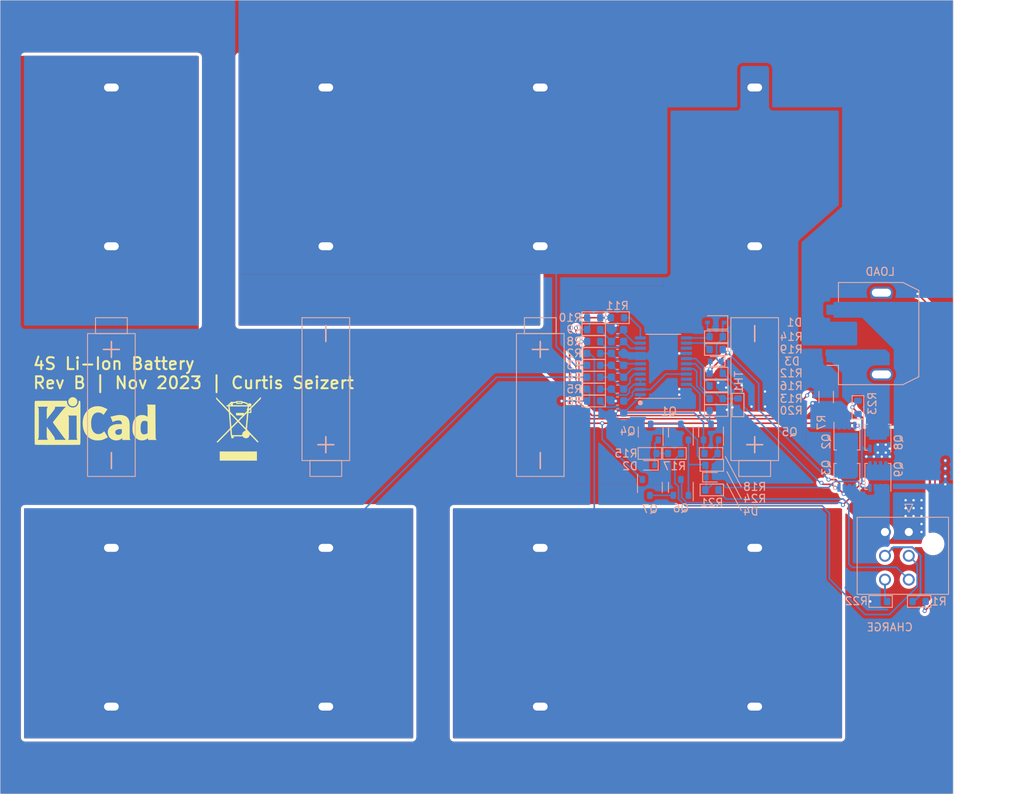
<source format=kicad_pcb>
(kicad_pcb (version 20221018) (generator pcbnew)
  (layers (0 "F.Cu" signal) (31 "B.Cu" power) (34 "B.Paste" user) (35 "F.Paste" user) (36 "B.SilkS" user "B.Silkscreen") (37 "F.SilkS" user "F.Silkscreen") (38 "B.Mask" user) (39 "F.Mask" user) (44 "Edge.Cuts" user))
  (net 0 "")
  (net 1 "BATT-")
  (net 2 "Net-(U1-VC1)")
  (net 3 "Net-(U1-VC2)")
  (net 4 "Net-(U1-VC3)")
  (net 5 "PACK-")
  (net 6 "PACK+")
  (net 7 "VDD")
  (net 8 "4P")
  (net 9 "3P")
  (net 10 "2P")
  (net 11 "1P")
  (net 12 "AVDD")
  (net 13 "Net-(U1-VC4)")
  (net 14 "Net-(U1-SRN)")
  (net 15 "Net-(U1-SRP)")
  (net 16 "Net-(D1-A)")
  (net 17 "Net-(D2-K)")
  (net 18 "/CHG_FET_G")
  (net 19 "/DSG_FET_G")
  (net 20 "V_{OUT}-")
  (net 21 "V_{OUT}+")
  (net 22 "Net-(J1-Pin_5)")
  (net 23 "PWR_SW")
  (net 24 "CHG")
  (net 25 "PWR_SW_GND")
  (net 26 "/PRES")
  (net 27 "Net-(NT2-Pad1)")
  (net 28 "Net-(Q1-D)")
  (net 29 "Net-(Q2-D)")
  (net 30 "Net-(Q2-S-Pad1)")
  (net 31 "Net-(Q6-D)")
  (net 32 "Net-(Q6-S)")
  (net 33 "NMOS_G")
  (net 34 "Net-(U1-DSG)")
  (net 35 "Net-(U1-VTB)")
  (net 36 "Net-(U1-TS)")
  (net 37 "Net-(U1-OCDP)")
  (net 38 "Net-(U1-LD)")
  (footprint "Symbol:WEEE-Logo_5.6x8mm_SilkScreen" (layer "F.Cu") (at 60 84)
    (fp_text reference "REF**" hide)
    (fp_text value "WEEE-Logo_5.6x8mm_SilkScreen" hide)
  )
  (footprint "Symbol:KiCad-Logo_6mm_SilkScreen" (layer "F.Cu") (at 42 83)
    (fp_text reference "REF**" hide)
    (fp_text value "KiCad-Logo_6mm_SilkScreen" hide)
  )
  (footprint "Capacitor_SMD:C_0603_1608Metric" (layer "B.Cu") (at 107.725 71.5)
    (fp_text reference "C6" hide)
    (fp_text value "0.1uF")
  )
  (footprint "Resistor_SMD:R_0603_1608Metric_Outline" (layer "B.Cu") (at 107.725 70 180)
    (fp_text reference "R11")
    (fp_text value "1k")
  )
  (footprint "Resistor_SMD:R_0603_1608Metric_Outline" (layer "B.Cu") (at 120.15 81.7)
    (fp_text reference "R20")
    (fp_text value "1M")
  )
  (footprint "Resistor_SMD:R_0603_1608Metric_Outline" (layer "B.Cu") (at 138 81.3 -90)
    (fp_text reference "R23")
    (fp_text value "1M")
  )
  (footprint "Package_TO_SOT_SMD:SOT-23" (layer "B.Cu") (at 119.5 84.4 90)
    (fp_text reference "Q5")
    (fp_text value "BSS84")
  )
  (footprint "Package_SO:Vishay_PowerPAK_1212-8_Single" (layer "B.Cu") (at 136.6 90 90)
    (fp_text reference "Q3")
    (fp_text value "SiS862ADN")
  )
  (footprint "Resistor_SMD:R_0603_1608Metric_Outline" (layer "B.Cu") (at 120.15 78.6 180)
    (fp_text reference "R16")
    (fp_text value "100k")
  )
  (footprint "Resistor_SMD:R_0603_1608Metric_Outline" (layer "B.Cu") (at 104.725 77.5)
    (fp_text reference "R4")
    (fp_text value "33R")
  )
  (footprint "Resistor_SMD:R_0603_1608Metric_Outline" (layer "B.Cu") (at 120.15 80.2 180)
    (fp_text reference "R13")
    (fp_text value "10k")
  )
  (footprint "Battery:BatteryHolder_Keystone246_21700" (layer "B.Cu") (at 125 80 -90)
    (fp_text reference "BT4" hide)
    (fp_text value "Battery_Cell")
  )
  (footprint "Resistor_SMD:R_1206_3216Metric" (layer "B.Cu") (at 134 80 -90)
    (fp_text reference "R7")
    (fp_text value "0R01")
  )
  (footprint "Resistor_SMD:R_0603_1608Metric_Outline" (layer "B.Cu") (at 104.725 79)
    (fp_text reference "R5")
    (fp_text value "33R")
  )
  (footprint "Capacitor_SMD:C_0603_1608Metric" (layer "B.Cu") (at 107.725 76 180)
    (fp_text reference "C2" hide)
    (fp_text value "1uF")
  )
  (footprint "Package_SO:Vishay_PowerPAK_1212-8_Single" (layer "B.Cu") (at 136.61 85.035 -90)
    (fp_text reference "Q2")
    (fp_text value "SiS862ADN")
  )
  (footprint "Diode_SMD:D_SOD-323" (layer "B.Cu") (at 120.1 70.6 180)
    (fp_text reference "D1")
    (fp_text value "RB751V40")
  )
  (footprint "NetTie:NetTie-2_SMD_Pad0.2mm" (layer "B.Cu") (at 101.5 80.5)
    (fp_text reference "NT1" hide)
    (fp_text value "Net-Tie_2")
  )
  (footprint "Package_TO_SOT_SMD:SOT-23" (layer "B.Cu") (at 111.9 84.4 90)
    (fp_text reference "Q4")
    (fp_text value "BSS123")
  )
  (footprint "Connector_Molex:Molex_Micro-Fit_3.0_43650-0310_1x03-1MP_P3.00mm_Horizontal" (layer "B.Cu") (at 140.6 72 90)
    (fp_text reference "J2" hide)
    (fp_text value "Micro-Fit 3.0 43650-0310")
  )
  (footprint "Resistor_SMD:R_0603_1608Metric_Outline" (layer "B.Cu") (at 104.725 74.5)
    (fp_text reference "R2")
    (fp_text value "33R")
  )
  (footprint "Resistor_SMD:R_0603_1608Metric_Outline" (layer "B.Cu") (at 119.6 88.6)
    (fp_text reference "R24")
    (fp_text value "1M")
  )
  (footprint "Capacitor_SMD:C_0603_1608Metric" (layer "B.Cu") (at 107.725 80.5 180)
    (fp_text reference "C8" hide)
    (fp_text value "1uF")
  )
  (footprint "Battery:BatteryHolder_Keystone246_21700" (layer "B.Cu") (at 71 80 -90)
    (fp_text reference "BT2" hide)
    (fp_text value "Battery_Cell")
  )
  (footprint "Resistor_SMD:R_0603_1608Metric_Outline" (layer "B.Cu") (at 120.15 77 180)
    (fp_text reference "R12")
    (fp_text value "1M")
  )
  (footprint "Package_SO:Vishay_PowerPAK_1212-8_Single" (layer "B.Cu") (at 140.51 90 90)
    (fp_text reference "Q9")
    (fp_text value "SiS862ADN")
  )
  (footprint "Resistor_SMD:R_0603_1608Metric_Outline" (layer "B.Cu") (at 145.7 105.75 180)
    (fp_text reference "R1")
    (fp_text value "1k")
  )
  (footprint "Battery:BatteryHolder_Keystone246_21700" (layer "B.Cu") (at 98 80 90)
    (fp_text reference "BT3" hide)
    (fp_text value "Battery_Cell")
  )
  (footprint "Diode_SMD:D_SOD-523" (layer "B.Cu") (at 111.7 88.6 180)
    (fp_text reference "D2")
    (fp_text value "DZ2S100X0L")
  )
  (footprint "Package_TO_SOT_SMD:SOT-23" (layer "B.Cu") (at 115.7 91.385876 90)
    (fp_text reference "Q6")
    (fp_text value "BSS123")
  )
  (footprint "Diode_SMD:D_SOD-523" (layer "B.Cu") (at 119.6 90.1)
    (fp_text reference "D4")
    (fp_text value "DZ2S100X0L")
  )
  (footprint "Capacitor_SMD:C_0603_1608Metric" (layer "B.Cu") (at 107.725 77.5 180)
    (fp_text reference "C3" hide)
    (fp_text value "1uF")
  )
  (footprint "Capacitor_SMD:C_0603_1608Metric" (layer "B.Cu") (at 107.725 82 180)
    (fp_text reference "C5" hide)
    (fp_text value "1uF")
  )
  (footprint "Resistor_SMD:R_0603_1608Metric_Outline" (layer "B.Cu") (at 119.6 91.7 180)
    (fp_text reference "R21")
    (fp_text value "1k")
  )
  (footprint "Battery:BatteryHolder_Keystone246_21700" (layer "B.Cu") (at 44 80 90)
    (fp_text reference "BT1" hide)
    (fp_text value "Battery_Cell")
  )
  (footprint "Resistor_SMD:R_0603_1608Metric_Outline" (layer "B.Cu") (at 140.85 105.75)
    (fp_text reference "R22")
    (fp_text value "1k")
  )
  (footprint "Package_TO_SOT_SMD:SOT-23" (layer "B.Cu") (at 115.7 84.4 90)
    (fp_text reference "Q1")
    (fp_text value "BSS123")
  )
  (footprint "Resistor_SMD:R_0603_1608Metric_Outline" (layer "B.Cu") (at 104.725 70 180)
    (fp_text reference "R10")
    (fp_text value "1M")
  )
  (footprint "Capacitor_SMD:C_0603_1608Metric" (layer "B.Cu") (at 107.725 73)
    (fp_text reference "C7" hide)
    (fp_text value "0.1uF")
  )
  (footprint "Resistor_SMD:R_0603_1608Metric_Outline" (layer "B.Cu") (at 119.5 87.1)
    (fp_text reference "R18")
    (fp_text value "1M")
  )
  (footprint "Package_TO_SOT_SMD:SOT-23" (layer "B.Cu") (at 111.8 91.385876 -90)
    (fp_text reference "Q7")
    (fp_text value "BSS123")
  )
  (footprint "Capacitor_SMD:C_0603_1608Metric" (layer "B.Cu") (at 107.725 79 180)
    (fp_text reference "C4" hide)
    (fp_text value "1uF")
  )
  (footprint "Resistor_SMD:R_0603_1608Metric_Outline" (layer "B.Cu") (at 122.9 81 -90)
    (fp_text reference "TH1")
    (fp_text value "103-AT")
  )
  (footprint "Package_SO:Vishay_PowerPAK_1212-8_Single" (layer "B.Cu") (at 140.51 85.065 90)
    (fp_text reference "Q8")
    (fp_text value "SiS443DN")
  )
  (footprint "Resistor_SMD:R_0603_1608Metric_Outline" (layer "B.Cu") (at 111.8 87.1 180)
    (fp_text reference "R15")
    (fp_text value "1M")
  )
  (footprint "Resistor_SMD:R_0603_1608Metric_Outline" (layer "B.Cu") (at 120.15 72.4)
    (fp_text reference "R14")
    (fp_text value "1k")
  )
  (footprint "Connector_Molex:Molex_Micro-Fit_3.0_44764-0601-0600_2x03_P3.00mm_Horizontal" (layer "B.Cu") (at 144.4 97 -90)
    (fp_text reference "J1" hide)
    (fp_text value "Molex Micro-Fit 3.0 44764-0601")
  )
  (footprint "Capacitor_SMD:C_0603_1608Metric" (layer "B.Cu") (at 107.725 74.5 180)
    (fp_text reference "C1" hide)
    (fp_text value "1uF")
  )
  (footprint "NetTie:NetTie-2_SMD_Pad0.2mm" (layer "B.Cu") (at 132.3 79.3)
    (fp_text reference "NT2" hide)
    (fp_text value "Net-Tie_2")
  )
  (footprint "Resistor_SMD:R_0603_1608Metric_Outline" (layer "B.Cu") (at 114.9 87.1 180)
    (fp_text reference "R17")
    (fp_text value "10k")
  )
  (footprint "Resistor_SMD:R_0603_1608Metric_Outline" (layer "B.Cu") (at 104.725 73)
    (fp_text reference "R8")
    (fp_text value "100R")
  )
  (footprint "Diode_SMD:D_SOD-523" (layer "B.Cu") (at 120.1 75.5 180)
    (fp_text reference "D3")
    (fp_text value "DZ2S100X0L")
  )
  (footprint "Package_SO:TSSOP-24_4.4x7.8mm_P0.65mm" (layer "B.Cu") (at 113.5 76.125)
    (fp_text reference "U1" hide)
    (fp_text value "BQ77915-08")
  )
  (footprint "Resistor_SMD:R_0603_1608Metric_Outline" (layer "B.Cu") (at 104.725 80.5)
    (fp_text reference "R6")
    (fp_text value "1k")
  )
  (footprint "Resistor_SMD:R_0603_1608Metric_Outline" (layer "B.Cu") (at 120.15 74)
    (fp_text reference "R19")
    (fp_text value "470k")
  )
  (footprint "Resistor_SMD:R_0603_1608Metric_Outline" (layer "B.Cu") (at 104.725 76)
    (fp_text reference "R3")
    (fp_text value "33R")
  )
  (footprint "Resistor_SMD:R_0603_1608Metric_Outline" (layer "B.Cu") (at 104.725 71.5 180)
    (fp_text reference "R9")
    (fp_text value "100R")
  )
  (gr_line (start 123.3 92.8) (end 121.5 89.4) (stroke (width 0.12)) (layer "B.SilkS"))
  (gr_line (start 123.3 94.3) (end 121.5 90.9) (stroke (width 0.12)) (layer "B.SilkS"))
  (gr_line (start 123.3 91.3) (end 121.3 87.5) (stroke (width 0.12)) (layer "B.SilkS"))
  (gr_rect (start 30 30) (end 150 130) (stroke (width 0.05)) (fill none) (layer "Edge.Cuts"))
  (gr_text "LOAD" (at 140.8 64.2) (layer "B.SilkS") (effects (font (size 1 1)) (justify mirror)))
  (gr_text "CHARGE" (at 142 109) (layer "B.SilkS") (effects (font (size 1 1)) (justify mirror)))
  (gr_text "4S Li-Ion Battery\nRev B | Nov 2023 | Curtis Seizert" (at 34 77) (layer "F.SilkS") (effects (font (size 1.5 1.5) (thickness 0.25) bold) (justify left)))
  (via (at 149 88) (size 0.5) (drill 0.3) (layers "F.Cu" "B.Cu") (net 1))
  (via (at 121.5 81.6) (size 0.5) (drill 0.3) (layers "F.Cu" "B.Cu") (net 1))
  (via (at 107.5 71) (size 0.5) (drill 0.3) (layers "F.Cu" "B.Cu") (net 1))
  (via (at 115.5 79) (size 0.5) (drill 0.3) (layers "F.Cu" "B.Cu") (net 1))
  (via (at 115.5 74.5) (size 0.5) (drill 0.3) (layers "F.Cu" "B.Cu") (net 1))
  (via (at 115.5 79.7) (size 0.5) (drill 0.3) (layers "F.Cu" "B.Cu") (net 1))
  (via (at 126.3 81.2) (size 0.5) (drill 0.3) (layers "F.Cu" "B.Cu") (net 1))
  (via (at 121.4 78.8) (size 0.5) (drill 0.3) (layers "F.Cu" "B.Cu") (net 1))
  (via (at 139.55 105.75) (size 0.5) (drill 0.3) (layers "F.Cu" "B.Cu") (net 1))
  (via (at 124.6 81.2) (size 0.5) (drill 0.3) (layers "F.Cu" "B.Cu") (net 1))
  (via (at 122.2 81.3) (size 0.5) (drill 0.3) (layers "F.Cu" "B.Cu") (net 1))
  (via (at 149 89) (size 0.5) (drill 0.3) (layers "F.Cu" "B.Cu") (net 1))
  (via (at 120.4 78.2) (size 0.5) (drill 0.3) (layers "F.Cu" "B.Cu") (net 1))
  (via (at 149 91) (size 0.5) (drill 0.3) (layers "F.Cu" "B.Cu") (net 1))
  (via (at 126.3 79.3) (size 0.5) (drill 0.3) (layers "F.Cu" "B.Cu") (net 1))
  (via (at 107.5 81.77996) (size 0.5) (drill 0.3) (layers "F.Cu" "B.Cu") (net 1))
  (via (at 123.370092 78.520885) (size 0.5) (drill 0.3) (layers "F.Cu" "B.Cu") (net 1))
  (via (at 107.5 80.5) (size 0.5) (drill 0.3) (layers "F.Cu" "B.Cu") (net 1))
  (via (at 149 90) (size 0.5) (drill 0.3) (layers "F.Cu" "B.Cu") (net 1))
  (segment (start 107.27996 82) (end 107.5 81.77996) (width 0.3) (layer "B.Cu") (net 1))
  (segment (start 114 84.65) (end 114.75 85.4) (width 0.2) (layer "B.Cu") (net 1))
  (segment (start 132.6 79.3) (end 133.2375 79.3) (width 0.2) (layer "B.Cu") (net 1))
  (segment (start 109.5 74.5) (end 110.6 74.5) (width 0.3) (layer "B.Cu") (net 1))
  (segment (start 111.7 84.65) (end 114 84.65) (width 0.2) (layer "B.Cu") (net 1))
  (segment (start 108.5 74.5) (end 109.5 74.5) (width 0.3) (layer "B.Cu") (net 1))
  (segment (start 134 78.5375) (end 133.9625 78.5) (width 0.2) (layer "B.Cu") (net 1))
  (segment (start 110.15 75.15) (end 109.5 74.5) (width 0.3) (layer "B.Cu") (net 1))
  (segment (start 115.5 79.7) (end 116.4 79.7) (width 0.2) (layer "B.Cu") (net 1))
  (segment (start 111.15 87.1) (end 111.15 85.6) (width 0.2) (layer "B.Cu") (net 1))
  (segment (start 106.95 82) (end 107.27996 82) (width 0.3) (layer "B.Cu") (net 1))
  (segment (start 116.4 74.5) (end 115.5 74.5) (width 0.3) (layer "B.Cu") (net 1))
  (segment (start 107 71.5) (end 107.5 71) (width 0.3) (layer "B.Cu") (net 1))
  (segment (start 106.95 80.5) (end 107.5 80.5) (width 0.3) (layer "B.Cu") (net 1))
  (segment (start 116.4 79.05) (end 115.55 79.05) (width 0.2) (layer "B.Cu") (net 1))
  (segment (start 115.55 79.05) (end 115.5 79) (width 0.2) (layer "B.Cu") (net 1))
  (segment (start 133.2375 79.3) (end 134 78.5375) (width 0.2) (layer "B.Cu") (net 1))
  (segment (start 111 88.6) (end 111 87.25) (width 0.2) (layer "B.Cu") (net 1))
  (segment (start 110.95 85.4) (end 111.7 84.65) (width 0.2) (layer "B.Cu") (net 1))
  (segment (start 106.95 74.5) (end 108.45 76) (width 0.2) (layer "B.Cu") (net 2))
  (segment (start 108.7 75.8) (end 110.6 75.8) (width 0.2) (layer "B.Cu") (net 2))
  (segment (start 105.5 74.5) (end 106.95 74.5) (width 0.2) (layer "B.Cu") (net 2))
  (segment (start 109.55 76.45) (end 110.6 76.45) (width 0.2) (layer "B.Cu") (net 3))
  (segment (start 108.5 77.5) (end 109.55 76.45) (width 0.2) (layer "B.Cu") (net 3))
  (segment (start 105.5 76) (end 106.95 76) (width 0.2) (layer "B.Cu") (net 3))
  (segment (start 107 76) (end 108.5 77.5) (width 0.2) (layer "B.Cu") (net 3))
  (segment (start 105.5 77.5) (end 106.95 77.5) (width 0.2) (layer "B.Cu") (net 4))
  (segment (start 109.3 77.65) (end 109.85 77.1) (width 0.2) (layer "B.Cu") (net 4))
  (segment (start 109.85 77.1) (end 110.6 77.1) (width 0.2) (layer "B.Cu") (net 4))
  (segment (start 108.5 79) (end 109.3 78.2) (width 0.2) (layer "B.Cu") (net 4))
  (segment (start 109.3 78.2) (end 109.3 77.65) (width 0.2) (layer "B.Cu") (net 4))
  (segment (start 106.95 77.5) (end 108.45 79) (width 0.2) (layer "B.Cu") (net 4))
  (segment (start 135.7 90.9) (end 135.2 90.4) (width 0.2) (layer "F.Cu") (net 5))
  (segment (start 119.5 76.5) (end 119.4 76.5) (width 0.2) (layer "F.Cu") (net 5))
  (segment (start 121.6 74.4) (end 119.5 76.5) (width 0.2) (layer "F.Cu") (net 5))
  (segment (start 135.2 90.4) (end 134.3 90.4) (width 0.2) (layer "F.Cu") (net 5))
  (segment (start 136.2 92.2) (end 135.7 91.7) (width 0.2) (layer "F.Cu") (net 5))
  (segment (start 135.7 91.7) (end 135.7 90.9) (width 0.2) (layer "F.Cu") (net 5))
  (via (at 121.6 74.4) (size 0.5) (drill 0.3) (layers "F.Cu" "B.Cu") (net 5))
  (via (at 119.4 76.5) (size 0.5) (drill 0.3) (layers "F.Cu" "B.Cu") (net 5))
  (via (at 136.2 92.2) (size 0.5) (drill 0.3) (layers "F.Cu" "B.Cu") (net 5))
  (via (at 134.3 90.4) (size 0.5) (drill 0.3) (layers "F.Cu" "B.Cu") (net 5))
  (segment (start 121.375 74.4) (end 120.975 74) (width 0.2) (layer "B.Cu") (net 5))
  (segment (start 119.4 76.5) (end 119.4 77.15) (width 0.2) (layer "B.Cu") (net 5))
  (segment (start 120.8 74.4) (end 121.6 74.4) (width 0.2) (layer "B.Cu") (net 5))
  (segment (start 121.6 74.4) (end 121.375 74.4) (width 0.2) (layer "B.Cu") (net 5))
  (segment (start 125.5 78.3) (end 121.6 74.4) (width 0.2) (layer "B.Cu") (net 5))
  (segment (start 134.3 90.4) (end 125.5 81.6) (width 0.2) (layer "B.Cu") (net 5))
  (segment (start 125.5 81.6) (end 125.5 78.3) (width 0.2) (layer "B.Cu") (net 5))
  (segment (start 119.4 75.9) (end 119.4 76.5) (width 0.2) (layer "B.Cu") (net 5))
  (segment (start 139.7 86) (end 140.5 86) (width 0.2) (layer "F.Cu") (net 6))
  (segment (start 138.6 84.9) (end 139.7 86) (width 0.2) (layer "F.Cu") (net 6))
  (segment (start 137.3 81.3) (end 138.6 82.6) (width 0.2) (layer "F.Cu") (net 6))
  (segment (start 138.6 82.6) (end 138.6 84.9) (width 0.2) (layer "F.Cu") (net 6))
  (via (at 100.7 80.5) (size 0.5) (drill 0.3) (layers "F.Cu" "B.Cu") (net 6))
  (via (at 145 95) (size 0.5) (drill 0.3) (layers "F.Cu" "B.Cu") (net 6))
  (via (at 145 93) (size 0.5) (drill 0.3) (layers "F.Cu" "B.Cu") (net 6))
  (via (at 140.5 87) (size 0.5) (drill 0.3) (layers "F.Cu" "B.Cu") (net 6))
  (via (at 137.3 81.3) (size 0.5) (drill 0.3) (layers "F.Cu" "B.Cu") (net 6))
  (via (at 141 87.5) (size 0.5) (drill 0.3) (layers "F.Cu" "B.Cu") (net 6))
  (via (at 146 97) (size 0.5) (drill 0.3) (layers "F.Cu" "B.Cu") (net 6))
  (via (at 146 93) (size 0.5) (drill 0.3) (layers "F.Cu" "B.Cu") (net 6))
  (via (at 145 94) (size 0.5) (drill 0.3) (layers "F.Cu" "B.Cu") (net 6))
  (via (at 144 93) (size 0.5) (drill 0.3) (layers "F.Cu" "B.Cu") (net 6))
  (via (at 141.5 87) (size 0.5) (drill 0.3) (layers "F.Cu" "B.Cu") (net 6))
  (via (at 146 96) (size 0.5) (drill 0.3) (layers "F.Cu" "B.Cu") (net 6))
  (via (at 144 95) (size 0.5) (drill 0.3) (layers "F.Cu" "B.Cu") (net 6))
  (via (at 140 87.5) (size 0.5) (drill 0.3) (layers "F.Cu" "B.Cu") (net 6))
  (via (at 142 86.5) (size 0.5) (drill 0.3) (layers "F.Cu" "B.Cu") (net 6))
  (via (at 146 95) (size 0.5) (drill 0.3) (layers "F.Cu" "B.Cu") (net 6))
  (via (at 146 94) (size 0.5) (drill 0.3) (layers "F.Cu" "B.Cu") (net 6))
  (via (at 141.5 86) (size 0.5) (drill 0.3) (layers "F.Cu" "B.Cu") (net 6))
  (via (at 140.5 86) (size 0.5) (drill 0.3) (layers "F.Cu" "B.Cu") (net 6))
  (via (at 142 87.5) (size 0.5) (drill 0.3) (layers "F.Cu" "B.Cu") (net 6))
  (via (at 144 94) (size 0.5) (drill 0.3) (layers "F.Cu" "B.Cu") (net 6))
  (via (at 139.05 87.5) (size 0.5) (drill 0.3) (layers "F.Cu" "B.Cu") (net 6))
  (segment (start 101.2 80.5) (end 100.7 80.5) (width 0.2) (layer "B.Cu") (net 6))
  (segment (start 137.3 81.3) (end 138 80.6) (width 0.2) (layer "B.Cu") (net 6))
  (segment (start 143.85 94.15) (end 144 94) (width 0.2) (layer "B.Cu") (net 6))
  (segment (start 118.55 83.15) (end 117.4 82) (width 0.2) (layer "B.Cu") (net 7))
  (segment (start 106.25 81.25) (end 107.321751 81.25) (width 0.2) (layer "B.Cu") (net 7))
  (segment (start 105.5 80.5) (end 106.25 81.25) (width 0.2) (layer "B.Cu") (net 7))
  (segment (start 107.371751 81.2) (end 107.688294 81.2) (width 0.2) (layer "B.Cu") (net 7))
  (segment (start 108.5 82) (end 110.6 79.9) (width 0.2) (layer "B.Cu") (net 7))
  (segment (start 118.55 85.4) (end 118.55 83.15) (width 0.2) (layer "B.Cu") (net 7))
  (segment (start 107.738294 81.25) (end 107.75 81.25) (width 0.2) (layer "B.Cu") (net 7))
  (segment (start 118.55 85.4) (end 118.55 86.8) (width 0.2) (layer "B.Cu") (net 7))
  (segment (start 107.688294 81.2) (end 107.738294 81.25) (width 0.2) (layer "B.Cu") (net 7))
  (segment (start 107.321751 81.25) (end 107.371751 81.2) (width 0.2) (layer "B.Cu") (net 7))
  (segment (start 110.6 79.9) (end 110.6 79.7) (width 0.2) (layer "B.Cu") (net 7))
  (segment (start 117.4 82) (end 108.5 82) (width 0.2) (layer "B.Cu") (net 7))
  (segment (start 107.75 81.25) (end 108.5 82) (width 0.2) (layer "B.Cu") (net 7))
  (segment (start 104.2 79) (end 104.2 80.5) (width 0.2) (layer "B.Cu") (net 8))
  (segment (start 104.2 80.5) (end 101.8 80.5) (width 0.2) (layer "B.Cu") (net 8))
  (segment (start 92.5 77.5) (end 71 99) (width 0.2) (layer "B.Cu") (net 9))
  (segment (start 104.2 77.5) (end 92.5 77.5) (width 0.2) (layer "B.Cu") (net 9))
  (segment (start 145.5 67) (end 147.7 69.2) (width 0.2) (layer "F.Cu") (net 10))
  (segment (start 147.7 93.7) (end 149.2 95.2) (width 0.2) (layer "F.Cu") (net 10))
  (segment (start 147.7 69.2) (end 147.7 93.7) (width 0.2) (layer "F.Cu") (net 10))
  (segment (start 149.2 95.2) (end 149.2 104.15) (width 0.2) (layer "F.Cu") (net 10))
  (segment (start 149.2 104.15) (end 146.4 106.95) (width 0.2) (layer "F.Cu") (net 10))
  (via (at 146.4 106.95) (size 0.5) (drill 0.3) (layers "F.Cu" "B.Cu") (net 10))
  (via (at 145.5 67) (size 0.5) (drill 0.3) (layers "F.Cu" "B.Cu") (net 10))
  (segment (start 102.4 76) (end 100 73.6) (width 0.2) (layer "B.Cu") (net 10))
  (segment (start 104.2 76) (end 102.4 76) (width 0.2) (layer "B.Cu") (net 10))
  (segment (start 146.35 106.9) (end 146.4 106.95) (width 0.25) (layer "B.Cu") (net 10))
  (segment (start 100 73.6) (end 100 62.6) (width 0.2) (layer "B.Cu") (net 10))
  (segment (start 146.35 105.75) (end 146.35 106.9) (width 0.25) (layer "B.Cu") (net 10))
  (segment (start 104.8 97.25) (end 103.05 99) (width 0.2) (layer "B.Cu") (net 11))
  (segment (start 104.8 75.1) (end 104.8 97.25) (width 0.2) (layer "B.Cu") (net 11))
  (segment (start 104.2 74.5) (end 104.8 75.1) (width 0.2) (layer "B.Cu") (net 11))
  (segment (start 103.05 99) (end 98 99) (width 0.2) (layer "B.Cu") (net 11))
  (segment (start 109.984315 79.05) (end 110.6 79.05) (width 0.2) (layer "B.Cu") (net 12))
  (segment (start 113.8 77.1) (end 116.4 77.1) (width 0.2) (layer "B.Cu") (net 12))
  (segment (start 109.6 79.8) (end 109.6 79.434315) (width 0.2) (layer "B.Cu") (net 12))
  (segment (start 111.85 79.05) (end 113.8 77.1) (width 0.2) (layer "B.Cu") (net 12))
  (segment (start 108.5 80.5) (end 108.9 80.5) (width 0.2) (layer "B.Cu") (net 12))
  (segment (start 108.9 80.5) (end 109.6 79.8) (width 0.2) (layer "B.Cu") (net 12))
  (segment (start 110.6 79.05) (end 111.85 79.05) (width 0.2) (layer "B.Cu") (net 12))
  (segment (start 109.6 79.434315) (end 109.984315 79.05) (width 0.2) (layer "B.Cu") (net 12))
  (segment (start 109.8 78.4) (end 109.2 79) (width 0.2) (layer "B.Cu") (net 13))
  (segment (start 109.2 79.421751) (end 108.871751 79.75) (width 0.2) (layer "B.Cu") (net 13))
  (segment (start 109.2 79) (end 109.2 79.421751) (width 0.2) (layer "B.Cu") (net 13))
  (segment (start 108.871751 79.75) (end 107.7 79.75) (width 0.2) (layer "B.Cu") (net 13))
  (segment (start 106.95 79) (end 105.5 79) (width 0.2) (layer "B.Cu") (net 13))
  (segment (start 107.7 79.75) (end 106.95 79) (width 0.2) (layer "B.Cu") (net 13))
  (segment (start 110.6 77.75) (end 110.6 78.4) (width 0.2) (layer "B.Cu") (net 13))
  (segment (start 110.6 78.4) (end 109.8 78.4) (width 0.2) (layer "B.Cu") (net 13))
  (segment (start 106.95 72.95) (end 105.5 71.5) (width 0.2) (layer "B.Cu") (net 14))
  (segment (start 108.5 71.878249) (end 109.821751 73.2) (width 0.2) (layer "B.Cu") (net 14))
  (segment (start 109.821751 73.2) (end 110.6 73.2) (width 0.2) (layer "B.Cu") (net 14))
  (segment (start 108.45 71.5) (end 106.95 73) (width 0.2) (layer "B.Cu") (net 14))
  (segment (start 105.5 73) (end 106.25 73.75) (width 0.2) (layer "B.Cu") (net 15))
  (segment (start 110.6 73.85) (end 109.35 73.85) (width 0.2) (layer "B.Cu") (net 15))
  (segment (start 106.25 73.75) (end 107.75 73.75) (width 0.2) (layer "B.Cu") (net 15))
  (segment (start 109.35 73.85) (end 108.5 73) (width 0.2) (layer "B.Cu") (net 15))
  (segment (start 107.75 73.75) (end 108.5 73) (width 0.2) (layer "B.Cu") (net 15))
  (segment (start 119.05 70.8) (end 119.05 71.45) (width 0.2) (layer "B.Cu") (net 16))
  (segment (start 116.4 72.55) (end 119.275 72.55) (width 0.2) (layer "B.Cu") (net 16))
  (segment (start 119.325 71.725) (end 119.325 72.6) (width 0.2) (layer "B.Cu") (net 16))
  (segment (start 119.05 71.45) (end 119.325 71.725) (width 0.2) (layer "B.Cu") (net 16))
  (segment (start 113.65 87.1) (end 112.45 87.1) (width 0.2) (layer "B.Cu") (net 17))
  (segment (start 112.45 85.8) (end 112.85 85.4) (width 0.2) (layer "B.Cu") (net 17))
  (segment (start 112.45 87.1) (end 112.45 85.8) (width 0.2) (layer "B.Cu") (net 17))
  (segment (start 112.4 88.6) (end 112.4 87.15) (width 0.2) (layer "B.Cu") (net 17))
  (segment (start 133.6 91) (end 134.715 91) (width 0.2) (layer "F.Cu") (net 18))
  (segment (start 133.4 90.8) (end 133.6 91) (width 0.2) (layer "F.Cu") (net 18))
  (segment (start 134.715 91) (end 135.15 91.435) (width 0.2) (layer "F.Cu") (net 18))
  (via (at 135.15 91.435) (size 0.5) (drill 0.3) (layers "F.Cu" "B.Cu") (net 18))
  (via (at 133.4 90.8) (size 0.5) (drill 0.3) (layers "F.Cu" "B.Cu") (net 18))
  (segment (start 120.8 77.2) (end 120.8 75.8) (width 0.2) (layer "B.Cu") (net 18))
  (segment (start 135.61 91.435) (end 135.15 91.435) (width 0.2) (layer "B.Cu") (net 18))
  (segment (start 123.675 81.232107) (end 123.675 79.675) (width 0.2) (layer "B.Cu") (net 18))
  (segment (start 120.975 70.975) (end 121.15 70.8) (width 0.2) (layer "B.Cu") (net 18))
  (segment (start 133.4 90.8) (end 133.242893 90.8) (width 0.2) (layer "B.Cu") (net 18))
  (segment (start 120.2 75.2) (end 120.2 73.375) (width 0.2) (layer "B.Cu") (net 18))
  (segment (start 120.2 73.375) (end 120.975 72.6) (width 0.2) (layer "B.Cu") (net 18))
  (segment (start 120.975 72.6) (end 120.975 70.975) (width 0.2) (layer "B.Cu") (net 18))
  (segment (start 121.2 77.2) (end 123.675 79.675) (width 0.2) (layer "B.Cu") (net 18))
  (segment (start 133.242893 90.8) (end 123.675 81.232107) (width 0.2) (layer "B.Cu") (net 18))
  (segment (start 120.8 75.8) (end 120.2 75.2) (width 0.2) (layer "B.Cu") (net 18))
  (segment (start 101.7 70.9) (end 101.7 80.8) (width 0.2) (layer "F.Cu") (net 19))
  (segment (start 104.2 83.3) (end 105.8 83.3) (width 0.2) (layer "F.Cu") (net 19))
  (segment (start 105.8 83.3) (end 137.639973 83.3) (width 0.2) (layer "F.Cu") (net 19))
  (segment (start 101.7 70.9) (end 102.6 70) (width 0.2) (layer "F.Cu") (net 19))
  (segment (start 101.7 80.8) (end 104.2 83.3) (width 0.2) (layer "F.Cu") (net 19))
  (segment (start 137.639973 83.3) (end 137.95 83.610027) (width 0.2) (layer "F.Cu") (net 19))
  (segment (start 106.3 70) (end 102.6 70) (width 0.2) (layer "F.Cu") (net 19))
  (via (at 106.3 70) (size 0.5) (drill 0.3) (layers "F.Cu" "B.Cu") (net 19))
  (via (at 137.95 83.610027) (size 0.5) (drill 0.3) (layers "F.Cu" "B.Cu") (net 19))
  (via (at 105.8 83.3) (size 0.5) (drill 0.3) (layers "F.Cu" "B.Cu") (net 19))
  (segment (start 137.939973 83.6) (end 137.95 83.610027) (width 0.2) (layer "B.Cu") (net 19))
  (segment (start 137.6 83.6) (end 137.939973 83.6) (width 0.2) (layer "B.Cu") (net 19))
  (segment (start 105.8 83.3) (end 105.8 85.335876) (width 0.2) (layer "B.Cu") (net 19))
  (segment (start 105.5 70) (end 106.3 70) (width 0.2) (layer "B.Cu") (net 19))
  (segment (start 105.8 85.335876) (end 110.85 90.385876) (width 0.2) (layer "B.Cu") (net 19))
  (segment (start 106.3 70) (end 107.075 70) (width 0.2) (layer "B.Cu") (net 19))
  (segment (start 145.875 104.925) (end 145.875 99.95472) (width 0.25) (layer "B.Cu") (net 22))
  (segment (start 142.475 98.925) (end 141.4 100) (width 0.25) (layer "B.Cu") (net 22))
  (segment (start 144.84528 98.925) (end 142.475 98.925) (width 0.25) (layer "B.Cu") (net 22))
  (segment (start 145.05 105.75) (end 145.875 104.925) (width 0.25) (layer "B.Cu") (net 22))
  (segment (start 145.875 99.95472) (end 144.84528 98.925) (width 0.25) (layer "B.Cu") (net 22))
  (segment (start 144.4 103) (end 142.85 101.45) (width 0.2) (layer "B.Cu") (net 23))
  (segment (start 136.85 101.05) (end 136.85 93.55) (width 0.2) (layer "B.Cu") (net 23))
  (segment (start 137.25 101.45) (end 136.85 101.05) (width 0.2) (layer "B.Cu") (net 23))
  (segment (start 136.85 93.55) (end 136.15 92.85) (width 0.2) (layer "B.Cu") (net 23))
  (segment (start 142.85 101.45) (end 137.25 101.45) (width 0.2) (layer "B.Cu") (net 23))
  (segment (start 136.15 92.85) (end 121.4 92.85) (width 0.2) (layer "B.Cu") (net 23))
  (segment (start 121.4 92.85) (end 120.45 91.9) (width 0.2) (layer "B.Cu") (net 23))
  (segment (start 141.971446 107.4) (end 145.45 103.921446) (width 0.2) (layer "B.Cu") (net 24))
  (segment (start 115.725 87.1) (end 114.95 87.875) (width 0.2) (layer "B.Cu") (net 24))
  (segment (start 115.4 91.3) (end 115.4 92.823312) (width 0.2) (layer "B.Cu") (net 24))
  (segment (start 114.95 90.85) (end 115.4 91.3) (width 0.2) (layer "B.Cu") (net 24))
  (segment (start 145.45 103.921446) (end 145.45 101.05) (width 0.2) (layer "B.Cu") (net 24))
  (segment (start 134.4 94.6) (end 134.4 102.9) (width 0.2) (layer "B.Cu") (net 24))
  (segment (start 115.4 92.823312) (end 116.276688 93.7) (width 0.2) (layer "B.Cu") (net 24))
  (segment (start 116.276688 93.7) (end 133.5 93.7) (width 0.2) (layer "B.Cu") (net 24))
  (segment (start 145.45 101.05) (end 144.4 100) (width 0.2) (layer "B.Cu") (net 24))
  (segment (start 114.95 87.875) (end 114.95 90.85) (width 0.2) (layer "B.Cu") (net 24))
  (segment (start 134.4 102.9) (end 138.9 107.4) (width 0.2) (layer "B.Cu") (net 24))
  (segment (start 133.5 93.7) (end 134.4 94.6) (width 0.2) (layer "B.Cu") (net 24))
  (segment (start 138.9 107.4) (end 141.971446 107.4) (width 0.2) (layer "B.Cu") (net 24))
  (segment (start 141.4 105.65) (end 141.4 103) (width 0.25) (layer "B.Cu") (net 25))
  (segment (start 118.1 82) (end 119.5 83.4) (width 0.2) (layer "B.Cu") (net 26))
  (segment (start 116.93331 78.4) (end 118.1 79.56669) (width 0.2) (layer "B.Cu") (net 26))
  (segment (start 119.325 81.7) (end 119.325 83.225) (width 0.2) (layer "B.Cu") (net 26))
  (segment (start 118.1 79.56669) (end 118.1 82) (width 0.2) (layer "B.Cu") (net 26))
  (segment (start 131.6 79.8) (end 129.07002 82.32998) (width 0.2) (layer "F.Cu") (net 27))
  (segment (start 104.52998 82.32998) (end 102.9 80.7) (width 0.2) (layer "F.Cu") (net 27))
  (segment (start 102.9 80.7) (end 102.9 73.3) (width 0.2) (layer "F.Cu") (net 27))
  (segment (start 102.9 73.3) (end 103.2 73) (width 0.2) (layer "F.Cu") (net 27))
  (segment (start 129.07002 82.32998) (end 104.52998 82.32998) (width 0.2) (layer "F.Cu") (net 27))
  (via (at 131.6 79.8) (size 0.5) (drill 0.3) (layers "F.Cu" "B.Cu") (net 27))
  (via (at 103.2 73) (size 0.5) (drill 0.3) (layers "F.Cu" "B.Cu") (net 27))
  (segment (start 131.6 79.8) (end 131.6 79.7) (width 0.2) (layer "B.Cu") (net 27))
  (segment (start 131.6 79.7) (end 132 79.3) (width 0.2) (layer "B.Cu") (net 27))
  (segment (start 104.2 73) (end 103.2 73) (width 0.2) (layer "B.Cu") (net 27))
  (segment (start 117.8 85.428249) (end 117.8 87.4) (width 0.2) (layer "B.Cu") (net 28))
  (segment (start 118.25 87.85) (end 119.575 87.85) (width 0.2) (layer "B.Cu") (net 28))
  (segment (start 119.575 87.85) (end 120.3 87.125) (width 0.2) (layer "B.Cu") (net 28))
  (segment (start 115.7 83.4) (end 111.9 83.4) (width 0.2) (layer "B.Cu") (net 28))
  (segment (start 120.3 87.125) (end 120.3 85.55) (width 0.2) (layer "B.Cu") (net 28))
  (segment (start 115.771751 83.4) (end 117.8 85.428249) (width 0.2) (layer "B.Cu") (net 28))
  (segment (start 117.8 87.4) (end 118.25 87.85) (width 0.2) (layer "B.Cu") (net 28))
  (segment (start 130.4 82.7) (end 129.265686 82.7) (width 0.2) (layer "F.Cu") (net 30))
  (segment (start 129.235705 82.72998) (end 104.32998 82.72998) (width 0.2) (layer "F.Cu") (net 30))
  (segment (start 132.3 80.8) (end 130.4 82.7) (width 0.2) (layer "F.Cu") (net 30))
  (segment (start 129.265686 82.7) (end 129.235705 82.72998) (width 0.2) (layer "F.Cu") (net 30))
  (segment (start 104.32998 82.72998) (end 102.5 80.9) (width 0.2) (layer "F.Cu") (net 30))
  (segment (start 102.5 80.9) (end 102.5 71.3) (width 0.2) (layer "F.Cu") (net 30))
  (via (at 132.3 80.8) (size 0.5) (drill 0.3) (layers "F.Cu" "B.Cu") (net 30))
  (via (at 102.5 71.3) (size 0.5) (drill 0.3) (layers "F.Cu" "B.Cu") (net 30))
  (segment (start 132.9625 81.4625) (end 132.3 80.8) (width 0.2) (layer "B.Cu") (net 30))
  (segment (start 104.2 71.5) (end 104.2 70) (width 0.2) (layer "B.Cu") (net 30))
  (segment (start 134 81.4625) (end 132.9625 81.4625) (width 0.2) (layer "B.Cu") (net 30))
  (segment (start 102.7 71.5) (end 102.5 71.3) (width 0.2) (layer "B.Cu") (net 30))
  (segment (start 104.2 71.5) (end 102.7 71.5) (width 0.2) (layer "B.Cu") (net 30))
  (segment (start 138.5 90.8) (end 138.7 90.8) (width 0.2) (layer "F.Cu") (net 31))
  (segment (start 137.2 92.5) (end 137.2 92.1) (width 0.2) (layer "F.Cu") (net 31))
  (segment (start 136.111091 93.588909) (end 137.2 92.5) (width 0.2) (layer "F.Cu") (net 31))
  (segment (start 137.2 92.1) (end 138.5 90.8) (width 0.2) (layer "F.Cu") (net 31))
  (via (at 136.111091 93.588909) (size 0.5) (drill 0.3) (layers "F.Cu" "B.Cu") (net 31))
  (via (at 138.7 90.8) (size 0.5) (drill 0.3) (layers "F.Cu" "B.Cu") (net 31))
  (segment (start 138.5 86.8) (end 138.5 90.6) (width 0.2) (layer "B.Cu") (net 31))
  (segment (start 115.8 90.485876) (end 115.8 92.657626) (width 0.2) (layer "B.Cu") (net 31))
  (segment (start 138.8 86.5) (end 139.52 86.5) (width 0.2) (layer "B.Cu") (net 31))
  (segment (start 138.5 86.2) (end 138.5 86.8) (width 0.2) (layer "B.Cu") (net 31))
  (segment (start 138.5 82.75) (end 138.5 86.2) (width 0.2) (layer "B.Cu") (net 31))
  (segment (start 138.5 86.2) (end 138.75 86.45) (width 0.2) (layer "B.Cu") (net 31))
  (segment (start 115.8 92.657626) (end 116.442374 93.3) (width 0.2) (layer "B.Cu") (net 31))
  (segment (start 138.5 86.7) (end 138.75 86.45) (width 0.2) (layer "B.Cu") (net 31))
  (segment (start 138.75 86.45) (end 138.8 86.5) (width 0.2) (layer "B.Cu") (net 31))
  (segment (start 138.5 90.6) (end 138.7 90.8) (width 0.2) (layer "B.Cu") (net 31))
  (segment (start 116.442374 93.3) (end 135.822182 93.3) (width 0.2) (layer "B.Cu") (net 31))
  (segment (start 138.1 82.35) (end 138.5 82.75) (width 0.2) (layer "B.Cu") (net 31))
  (segment (start 135.822182 93.3) (end 136.111091 93.588909) (width 0.2) (layer "B.Cu") (net 31))
  (segment (start 138.5 86.8) (end 138.5 86.7) (width 0.2) (layer "B.Cu") (net 31))
  (segment (start 114.65 92.385876) (end 112 92.385876) (width 0.2) (layer "B.Cu") (net 32))
  (segment (start 119.7 90.95) (end 120.95 90.95) (width 0.2) (layer "B.Cu") (net 33))
  (segment (start 138.15 90.827818) (end 138.15 91.027818) (width 0.2) (layer "B.Cu") (net 33))
  (segment (start 120.95 90.95) (end 121.4 91.4) (width 0.2) (layer "B.Cu") (net 33))
  (segment (start 118.95 88.5) (end 118.95 90.05) (width 0.2) (layer "B.Cu") (net 33))
  (segment (start 116.65 85.4) (end 116.65 88.5) (width 0.2) (layer "B.Cu") (net 33))
  (segment (start 137.962182 90.64) (end 138.15 90.827818) (width 0.2) (layer "B.Cu") (net 33))
  (segment (start 118.95 91.7) (end 119.7 90.95) (width 0.2) (layer "B.Cu") (net 33))
  (segment (start 121.4 91.4) (end 134.3 91.4) (width 0.2) (layer "B.Cu") (net 33))
  (segment (start 118.95 88.5) (end 116.65 88.5) (width 0.2) (layer "B.Cu") (net 33))
  (segment (start 118.9 90.1) (end 118.9 91.65) (width 0.2) (layer "B.Cu") (net 33))
  (segment (start 138.522182 91.4) (end 139.52 91.4) (width 0.2) (layer "B.Cu") (net 33))
  (segment (start 135.06 90.64) (end 137.962182 90.64) (width 0.2) (layer "B.Cu") (net 33))
  (segment (start 116.65 88.5) (end 116.65 92.285876) (width 0.2) (layer "B.Cu") (net 33))
  (segment (start 138.15 91.027818) (end 138.522182 91.4) (width 0.2) (layer "B.Cu") (net 33))
  (segment (start 134.3 91.4) (end 135.06 90.64) (width 0.2) (layer "B.Cu") (net 33))
  (segment (start 109.3 70) (end 108.375 70) (width 0.2) (layer "B.Cu") (net 34))
  (segment (start 110.6 72.55) (end 110.6 71.3) (width 0.2) (layer "B.Cu") (net 34))
  (segment (start 110.6 71.3) (end 109.3 70) (width 0.2) (layer "B.Cu") (net 34))
  (segment (start 117.7 78.6) (end 119.2 80.1) (width 0.2) (layer "B.Cu") (net 35))
  (segment (start 117.35 76.45) (end 117.7 76.8) (width 0.2) (layer "B.Cu") (net 35))
  (segment (start 119.2 80.1) (end 119.2 80.2) (width 0.2) (layer "B.Cu") (net 35))
  (segment (start 117.7 76.8) (end 117.7 78.6) (width 0.2) (layer "B.Cu") (net 35))
  (segment (start 116.4 76.45) (end 117.35 76.45) (width 0.2) (layer "B.Cu") (net 35))
  (segment (start 117.5 75.8) (end 118.2 76.5) (width 0.2) (layer "B.Cu") (net 36))
  (segment (start 120.8 80.2) (end 122.975 80.2) (width 0.2) (layer "B.Cu") (net 36))
  (segment (start 116.4 75.8) (end 117.5 75.8) (width 0.2) (layer "B.Cu") (net 36))
  (segment (start 120.05 79.45) (end 120.8 80.2) (width 0.2) (layer "B.Cu") (net 36))
  (segment (start 118.2 76.5) (end 118.2 78.63331) (width 0.2) (layer "B.Cu") (net 36))
  (segment (start 119.01669 79.45) (end 120.05 79.45) (width 0.2) (layer "B.Cu") (net 36))
  (segment (start 118.2 78.63331) (end 119.01669 79.45) (width 0.2) (layer "B.Cu") (net 36))
  (segment (start 118.6 76.2) (end 118.6 77.7) (width 0.2) (layer "B.Cu") (net 37))
  (segment (start 118.6 77.7) (end 119.5 78.6) (width 0.2) (layer "B.Cu") (net 37))
  (segment (start 116.4 75.15) (end 117.55 75.15) (width 0.2) (layer "B.Cu") (net 37))
  (segment (start 117.55 75.15) (end 118.6 76.2) (width 0.2) (layer "B.Cu") (net 37))
  (segment (start 116.4 73.2) (end 118.525 73.2) (width 0.2) (layer "B.Cu") (net 38))
  (segment (start 118.525 73.2) (end 119.35 74.025) (width 0.2) (layer "B.Cu") (net 38))
  (zone (net 6) (net_name "PACK+") (layer "F.Cu") (priority 6) (connect_pads yes (clearance 0.4)) (min_thickness 0.254) (fill yes (thermal_gap 0.508) (thermal_bridge_width 0.508) (smoothing fillet) (radius 0.2))
    (polygon (pts (xy 146.5 98.5) (xy 146.5 85) (xy 145.5 84) (xy 137.5 84) (xy 136.5 83) (xy 104.5 83) (xy 93.5 72.5) (xy 55 72.5) (xy 55 37) (xy 30 37) (xy 30 93.5) (xy 136 93.5) (xy 141 98.5)))
  )
  (zone (net 1) (net_name "BATT-") (layers "F&B.Cu") (connect_pads yes (clearance 0.4)) (min_thickness 0.254) (fill yes (thermal_gap 0.508) (thermal_bridge_width 0.508))
    (polygon (pts (xy 150 130) (xy 30 130) (xy 30 30) (xy 150 30)))
  )
  (zone (net 10) (net_name "2P") (layers "F&B.Cu") (priority 1) (connect_pads yes (clearance 0.25)) (min_thickness 0.254) (fill yes (thermal_gap 0.508) (thermal_bridge_width 0.508))
    (polygon (pts (xy 109 64) (xy 98 64) (xy 98 71) (xy 60 71) (xy 60 37) (xy 109 37)))
  )
  (zone (net 6) (net_name "PACK+") (layers "F&B.Cu") (priority 1) (connect_pads yes (clearance 0.25)) (min_thickness 0.254) (fill yes (thermal_gap 0.508) (thermal_bridge_width 0.508))
    (polygon (pts (xy 55 71) (xy 33 71) (xy 33 37) (xy 55 37)))
  )
  (zone (net 11) (net_name "1P") (layers "F&B.Cu") (priority 1) (connect_pads yes (clearance 0.25)) (min_thickness 0.254) (fill yes (thermal_gap 0.508) (thermal_bridge_width 0.508))
    (polygon (pts (xy 136 123) (xy 87 123) (xy 87 94) (xy 136 94)))
  )
  (zone (net 9) (net_name "3P") (layers "F&B.Cu") (priority 1) (connect_pads yes (clearance 0.25)) (min_thickness 0.254) (fill yes (thermal_gap 0.508) (thermal_bridge_width 0.508))
    (polygon (pts (xy 82 123) (xy 33 123) (xy 33 94) (xy 82 94)))
  )
  (zone (net 6) (net_name "PACK+") (layer "B.Cu") (priority 3) (connect_pads yes (clearance 0.4)) (min_thickness 0.254) (fill yes (thermal_gap 0.508) (thermal_bridge_width 0.508) (smoothing fillet) (radius 0.2))
    (polygon (pts (xy 142.4 92) (xy 142.4 98) (xy 146.5 98) (xy 146.5 92) (xy 144 92)))
  )
  (zone (net 29) (net_name "Net-(Q2-D)") (layer "B.Cu") (priority 4) (connect_pads yes (clearance 0.4)) (min_thickness 0.254) (fill yes (thermal_gap 0.508) (thermal_bridge_width 0.508) (smoothing fillet) (radius 0.2))
    (polygon (pts (xy 135 84.5) (xy 138.5 84.5) (xy 138.5 90.5) (xy 135 90.5)))
  )
  (zone (net 10) (net_name "2P") (layer "B.Cu") (priority 7) (connect_pads yes (clearance 0.4)) (min_thickness 0.254) (fill yes (thermal_gap 0.508) (thermal_bridge_width 0.508) (smoothing fillet) (radius 0.2))
    (polygon (pts (xy 60 30) (xy 150 30) (xy 150 67.5) (xy 134.5 67.5) (xy 134.5 70.5) (xy 137.9 70.5) (xy 137.9 71) (xy 137.9 73.5) (xy 130.9 73.5) (xy 130.9 60.5) (xy 136 56) (xy 136 43.5) (xy 114 43.5) (xy 114 64.5) (xy 60 64.5)))
  )
  (zone (net 30) (net_name "Net-(Q2-S-Pad1)") (layer "B.Cu") (priority 2) (connect_pads yes (clearance 0.4)) (min_thickness 0.254) (fill yes (thermal_gap 0.508) (thermal_bridge_width 0.508) (smoothing fillet) (radius 0.2))
    (polygon (pts (xy 132 80.5) (xy 136 80.5) (xy 137.5 82) (xy 137.5 84) (xy 132 84)))
  )
  (zone (net 1) (net_name "BATT-") (layer "B.Cu") (priority 3) (connect_pads yes (clearance 0.4)) (min_thickness 0.254) (fill yes (thermal_gap 0.508) (thermal_bridge_width 0.508) (smoothing fillet) (radius 0.2))
    (polygon (pts (xy 135.2 80) (xy 135.2 77) (xy 132.3 74) (xy 130.4 74) (xy 130.4 60) (xy 135.5 55.5) (xy 135.5 37) (xy 113.5 37) (xy 113.5 66) (xy 102.5 66) (xy 102.5 91) (xy 131.5 91) (xy 131.5 80)))
  )
  (zone (net 5) (net_name "PACK-") (layer "B.Cu") (priority 3) (connect_pads yes (clearance 0.4)) (min_thickness 0.254) (fill yes (thermal_gap 0.508) (thermal_bridge_width 0.508) (smoothing fillet) (radius 0.2))
    (polygon (pts (xy 136 91) (xy 136 93) (xy 136.5 93.5) (xy 136.5 101) (xy 142 101) (xy 142 92.5) (xy 142 91)))
  )
  (zone (net 21) (net_name "V_{OUT}+") (layer "B.Cu") (priority 6) (connect_pads yes (clearance 0.4)) (min_thickness 0.25) (fill yes (thermal_gap 0.5) (thermal_bridge_width 0.5) (smoothing fillet) (radius 0.2))
    (polygon (pts (xy 138.5 85) (xy 142 85) (xy 142 74.5) (xy 141.5 74) (xy 133.9 74) (xy 133.9 74.8) (xy 136 77) (xy 136 80) (xy 138.5 82.5)))
  )
  (zone (net 6) (net_name "PACK+") (layer "B.Cu") (priority 5) (connect_pads yes (clearance 0.4)) (min_thickness 0.25) (fill yes (thermal_gap 0.5) (thermal_bridge_width 0.5) (smoothing fillet) (radius 0.2))
    (polygon (pts (xy 138.7 85.6) (xy 138.7 87.8) (xy 142.3 87.8) (xy 142.3 85.6)))
  )
  (zone (net 20) (net_name "V_{OUT}-") (layer "B.Cu") (priority 9) (connect_pads yes (clearance 0.4)) (min_thickness 0.25) (fill yes (thermal_gap 0.5) (thermal_bridge_width 0.5) (smoothing fillet) (radius 0.2))
    (polygon (pts (xy 139 88.5) (xy 142.5 88.5) (xy 142.5 74) (xy 138.5 70) (xy 134.9 70) (xy 134.9 68) (xy 150 68) (xy 150 90.5) (xy 139 90.5)))
  )
)
</source>
